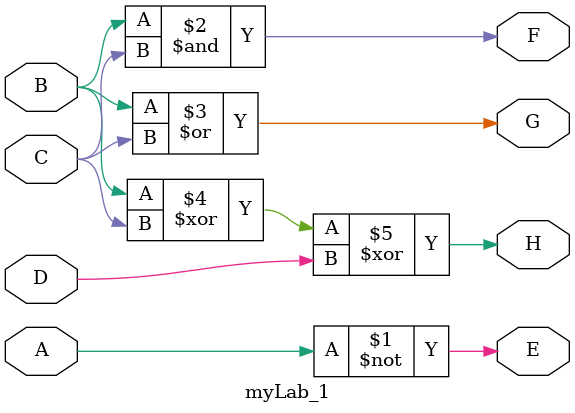
<source format=v>
`timescale 1ns / 1ps


module myLab_1(
    input A,
    input B,
    input C,
    input D,
    output E,
    output F,
    output G,
    output H
    );
    
    assign E = ~A;
    assign F = B & C;
    assign G = B | C;
    assign H = B ^ C ^ D;
endmodule
</source>
